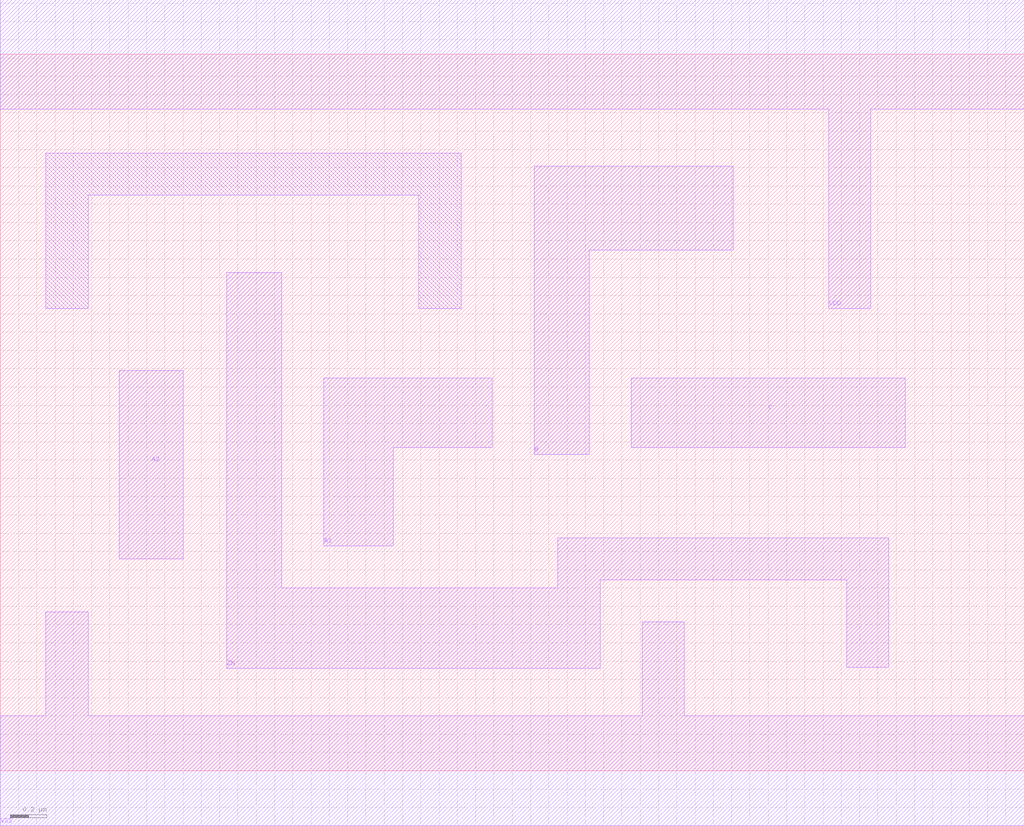
<source format=lef>
# Copyright 2022 GlobalFoundries PDK Authors
#
# Licensed under the Apache License, Version 2.0 (the "License");
# you may not use this file except in compliance with the License.
# You may obtain a copy of the License at
#
#      http://www.apache.org/licenses/LICENSE-2.0
#
# Unless required by applicable law or agreed to in writing, software
# distributed under the License is distributed on an "AS IS" BASIS,
# WITHOUT WARRANTIES OR CONDITIONS OF ANY KIND, either express or implied.
# See the License for the specific language governing permissions and
# limitations under the License.

MACRO gf180mcu_fd_sc_mcu7t5v0__aoi211_1
  CLASS core ;
  FOREIGN gf180mcu_fd_sc_mcu7t5v0__aoi211_1 0.0 0.0 ;
  ORIGIN 0 0 ;
  SYMMETRY X Y ;
  SITE GF018hv5v_mcu_sc7 ;
  SIZE 5.6 BY 3.92 ;
  PIN A1
    DIRECTION INPUT ;
    ANTENNAGATEAREA 1.0335 ;
    PORT
      LAYER Metal1 ;
        POLYGON 1.77 1.23 2.15 1.23 2.15 1.77 2.69 1.77 2.69 2.15 1.77 2.15  ;
    END
  END A1
  PIN A2
    DIRECTION INPUT ;
    ANTENNAGATEAREA 1.0335 ;
    PORT
      LAYER Metal1 ;
        POLYGON 0.65 1.16 1 1.16 1 2.19 0.65 2.19  ;
    END
  END A2
  PIN B
    DIRECTION INPUT ;
    ANTENNAGATEAREA 0.8865 ;
    PORT
      LAYER Metal1 ;
        POLYGON 2.92 1.73 3.22 1.73 3.22 2.85 4.01 2.85 4.01 3.31 2.92 3.31  ;
    END
  END B
  PIN C
    DIRECTION INPUT ;
    ANTENNAGATEAREA 0.8865 ;
    PORT
      LAYER Metal1 ;
        POLYGON 3.45 1.77 4.95 1.77 4.95 2.15 3.45 2.15  ;
    END
  END C
  PIN ZN
    DIRECTION OUTPUT ;
    ANTENNADIFFAREA 1.2599 ;
    PORT
      LAYER Metal1 ;
        POLYGON 1.24 0.56 3.28 0.56 3.28 1.045 4.63 1.045 4.63 0.565 4.86 0.565 4.86 1.275 3.05 1.275 3.05 1 1.54 1 1.54 2.725 1.24 2.725  ;
    END
  END ZN
  PIN VDD
    DIRECTION INOUT ;
    USE power ;
    SHAPE ABUTMENT ;
    PORT
      LAYER Metal1 ;
        POLYGON 0 3.62 2.52 3.62 4.53 3.62 4.53 2.53 4.76 2.53 4.76 3.62 5.6 3.62 5.6 4.22 2.52 4.22 0 4.22  ;
    END
  END VDD
  PIN VSS
    DIRECTION INOUT ;
    USE ground ;
    SHAPE ABUTMENT ;
    PORT
      LAYER Metal1 ;
        POLYGON 0 -0.3 5.6 -0.3 5.6 0.3 3.74 0.3 3.74 0.815 3.51 0.815 3.51 0.3 0.48 0.3 0.48 0.87 0.25 0.87 0.25 0.3 0 0.3  ;
    END
  END VSS
  OBS
      LAYER Metal1 ;
        POLYGON 0.25 2.53 0.48 2.53 0.48 3.15 2.29 3.15 2.29 2.53 2.52 2.53 2.52 3.38 0.25 3.38  ;
  END
END gf180mcu_fd_sc_mcu7t5v0__aoi211_1

</source>
